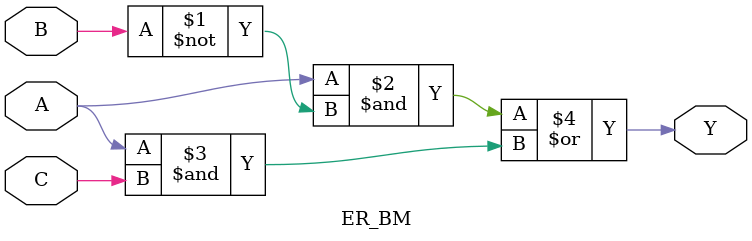
<source format=v>
module  POS_GM(input wire A, B, C, output wire Y);
  wire notA, notB, notC, w1, w2, w3, w4, w5;
  not (notA, A);
  not (notB, B);
  not (notC, C);
  or (w1, A, B, C);
  or (w2, A, B, notC);
  or (w3, A, notB, notC);
  or (w4, A, notB, C);
  or (w5, notA, notB, C);
  and (Y, w1, w2, w3, w4, w5);
endmodule

    //SOP
module  SOP_GM(input wire A, B, C, output wire Y);
  wire notB, notC, w1, w2, w3;
  not (notB, B);
  not (notC, C);
  and (w1, A, notB, notC);
  and (w2, A, notB, C);
  and (w3, A, B, C);
  or  (Y, w1, w2, w3);
endmodule

    //Ecuacion reducida (ER)
module  ER_GM(input wire A, B, C, output wire Y);
  wire notB, w1, w2;
  not (notB, B);
  and (w1, A, notB);
  and (w2, A, C);
  or  (Y, w1, w2);
endmodule

//Behavorial Modelling (BM)
      //POS
module  POS_BM(input wire A, B, C, output wire Y);
  assign Y = (A | B | C) & (A | B | ~C) & (A | ~B | ~C) & (A | ~B | C) & (~A | ~B | C);
endmodule

      //SOP
module  SOP_BM(input wire A, B, C, output wire Y);
  assign Y = (A & ~B & ~C) | (A & ~B & C) | (A & B & C);
endmodule

      //Ecuacion reducida (ER)
module  ER_BM(input wire A, B, C, output wire Y);
  assign Y = (A & ~B) | (A & C);
endmodule

</source>
